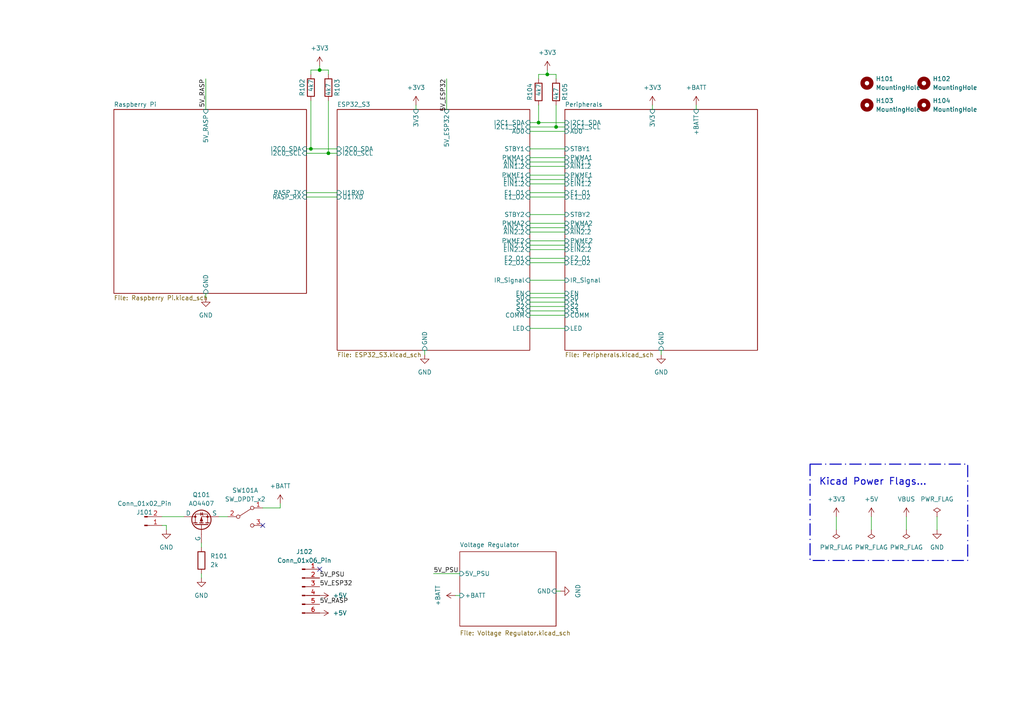
<source format=kicad_sch>
(kicad_sch (version 20230121) (generator eeschema)
  (paper "A4")
  (title_block (title "Seebum") (date "2024-01-16") (rev "V1.0") (comment 1 "Author: Pedro Henrique Germano Silva"))
  (lib_symbols
    (symbol "Connector:Conn_01x02_Pin" (pin_names (offset 1.016) hide)
      (property "Reference" "J" (at 0 2.54 0))
      (property "Value" "Conn_01x02_Pin" (at 0 -5.08 0))
      (symbol "Conn_01x02_Pin_1_1"
        (polyline (pts (xy 1.27 -2.54) (xy 0.8636 -2.54)) (stroke (width 0.1524)))
        (polyline (pts (xy 1.27 0) (xy 0.8636 0)) (stroke (width 0.1524)))
        (rectangle (start 0.8636 -2.413) (end 0 -2.667) (stroke (width 0.1524)) (fill (type outline)))
        (rectangle (start 0.8636 0.127) (end 0 -0.127) (stroke (width 0.1524)) (fill (type outline)))
        (pin passive line (at 5.08 0 180) (length 3.81) (name "Pin_1") (number "1"))
        (pin passive line (at 5.08 -2.54 180) (length 3.81) (name "Pin_2") (number "2"))
      )
    )
    (symbol "Connector:Conn_01x06_Pin" (pin_names (offset 1.016) hide)
      (property "Reference" "J" (at 0 7.62 0))
      (property "Value" "Conn_01x06_Pin" (at 0 -10.16 0))
      (symbol "Conn_01x06_Pin_1_1"
        (polyline (pts (xy 1.27 -7.62) (xy 0.8636 -7.62)) (stroke (width 0.1524)))
        (polyline (pts (xy 1.27 -5.08) (xy 0.8636 -5.08)) (stroke (width 0.1524)))
        (polyline (pts (xy 1.27 -2.54) (xy 0.8636 -2.54)) (stroke (width 0.1524)))
        (polyline (pts (xy 1.27 0) (xy 0.8636 0)) (stroke (width 0.1524)))
        (polyline (pts (xy 1.27 2.54) (xy 0.8636 2.54)) (stroke (width 0.1524)))
        (polyline (pts (xy 1.27 5.08) (xy 0.8636 5.08)) (stroke (width 0.1524)))
        (rectangle (start 0.8636 -7.493) (end 0 -7.747) (stroke (width 0.1524)) (fill (type outline)))
        (rectangle (start 0.8636 -4.953) (end 0 -5.207) (stroke (width 0.1524)) (fill (type outline)))
        (rectangle (start 0.8636 -2.413) (end 0 -2.667) (stroke (width 0.1524)) (fill (type outline)))
        (rectangle (start 0.8636 0.127) (end 0 -0.127) (stroke (width 0.1524)) (fill (type outline)))
        (rectangle (start 0.8636 2.667) (end 0 2.413) (stroke (width 0.1524)) (fill (type outline)))
        (rectangle (start 0.8636 5.207) (end 0 4.953) (stroke (width 0.1524)) (fill (type outline)))
        (pin passive line (at 5.08 5.08 180) (length 3.81) (name "Pin_1") (number "1"))
        (pin passive line (at 5.08 2.54 180) (length 3.81) (name "Pin_2") (number "2"))
        (pin passive line (at 5.08 0 180) (length 3.81) (name "Pin_3") (number "3"))
        (pin passive line (at 5.08 -2.54 180) (length 3.81) (name "Pin_4") (number "4"))
        (pin passive line (at 5.08 -5.08 180) (length 3.81) (name "Pin_5") (number "5"))
        (pin passive line (at 5.08 -7.62 180) (length 3.81) (name "Pin_6") (number "6"))
      )
    )
    (symbol "Device:R" (pin_numbers hide) (pin_names (offset 0))
      (property "Reference" "R" (at 2.032 0 90))
      (property "Value" "R" (at 0 0 90))
      (symbol "R_0_1"
        (rectangle (start -1.016 -2.54) (end 1.016 2.54) (stroke (width 0.254)))
      )
      (symbol "R_1_1"
        (pin passive line (at 0 3.81 270) (length 1.27) (name "~") (number "1"))
        (pin passive line (at 0 -3.81 90) (length 1.27) (name "~") (number "2"))
      )
    )
    (symbol "Mechanical:MountingHole" (pin_names (offset 1.016))
      (property "Reference" "H" (at 0 5.08 0))
      (property "Value" "MountingHole" (at 0 3.175 0))
      (symbol "MountingHole_0_1"
        (circle (center 0 0) (radius 1.27) (stroke (width 1.27)))
      )
    )
    (symbol "Simulation_SPICE:PMOS" (pin_numbers hide) (pin_names (offset 0))
      (property "Reference" "Q" (at 5.08 1.27 0))
      (property "Value" "PMOS" (at 5.08 -1.27 0))
      (symbol "PMOS_0_1"
        (polyline (pts (xy 0.254 0) (xy -2.54 0)))
        (polyline (pts (xy 0.254 1.905) (xy 0.254 -1.905)) (stroke (width 0.254)))
        (polyline (pts (xy 0.762 -1.27) (xy 0.762 -2.286)) (stroke (width 0.254)))
        (polyline (pts (xy 0.762 0.508) (xy 0.762 -0.508)) (stroke (width 0.254)))
        (polyline (pts (xy 0.762 2.286) (xy 0.762 1.27)) (stroke (width 0.254)))
        (polyline (pts (xy 2.54 2.54) (xy 2.54 1.778)))
        (polyline (pts (xy 2.54 -2.54) (xy 2.54 0) (xy 0.762 0)))
        (polyline (pts (xy 0.762 1.778) (xy 3.302 1.778) (xy 3.302 -1.778) (xy 0.762 -1.778)))
        (polyline (pts (xy 2.286 0) (xy 1.27 0.381) (xy 1.27 -0.381) (xy 2.286 0)) (fill (type outline)))
        (polyline (pts (xy 2.794 -0.508) (xy 2.921 -0.381) (xy 3.683 -0.381) (xy 3.81 -0.254)))
        (polyline (pts (xy 3.302 -0.381) (xy 2.921 0.254) (xy 3.683 0.254) (xy 3.302 -0.381)))
        (circle (center 1.651 0) (radius 2.794) (stroke (width 0.254)))
        (circle (center 2.54 -1.778) (radius 0.254) (fill (type outline)))
        (circle (center 2.54 1.778) (radius 0.254) (fill (type outline)))
      )
      (symbol "PMOS_1_1"
        (pin passive line (at 2.54 5.08 270) (length 2.54) (name "D") (number "1"))
        (pin input line (at -5.08 0 0) (length 2.54) (name "G") (number "2"))
        (pin passive line (at 2.54 -5.08 90) (length 2.54) (name "S") (number "3"))
      )
    )
    (symbol "Switch:SW_DPDT_x2" (pin_names (offset 0) hide)
      (property "Reference" "SW" (at 0 4.318 0))
      (property "Value" "SW_DPDT_x2" (at 0 -5.08 0))
      (symbol "SW_DPDT_x2_0_0"
        (circle (center -2.032 0) (radius 0.508))
        (circle (center 2.032 -2.54) (radius 0.508))
      )
      (symbol "SW_DPDT_x2_0_1"
        (polyline (pts (xy -1.524 0.254) (xy 1.651 2.286)))
        (circle (center 2.032 2.54) (radius 0.508))
      )
      (symbol "SW_DPDT_x2_1_1"
        (pin passive line (at 5.08 2.54 180) (length 2.54) (name "A") (number "1"))
        (pin passive line (at -5.08 0 0) (length 2.54) (name "B") (number "2"))
        (pin passive line (at 5.08 -2.54 180) (length 2.54) (name "C") (number "3"))
      )
      (symbol "SW_DPDT_x2_2_1"
        (pin passive line (at 5.08 2.54 180) (length 2.54) (name "A") (number "4"))
        (pin passive line (at -5.08 0 0) (length 2.54) (name "B") (number "5"))
        (pin passive line (at 5.08 -2.54 180) (length 2.54) (name "C") (number "6"))
      )
    )
    (symbol "power:+3V3" (power) (pin_names (offset 0))
      (property "Value" "+3V3" (at 0 3.556 0))
      (symbol "+3V3_0_1"
        (polyline (pts (xy -0.762 1.27) (xy 0 2.54)))
        (polyline (pts (xy 0 0) (xy 0 2.54)))
        (polyline (pts (xy 0 2.54) (xy 0.762 1.27)))
      )
      (symbol "+3V3_1_1"
        (pin power_in line (at 0 0 90) (length 0) hide (name "+3V3") (number "1"))
      )
    )
    (symbol "power:+5V" (power) (pin_names (offset 0))
      (property "Value" "+5V" (at 0 3.556 0))
      (symbol "+5V_0_1"
        (polyline (pts (xy -0.762 1.27) (xy 0 2.54)))
        (polyline (pts (xy 0 0) (xy 0 2.54)))
        (polyline (pts (xy 0 2.54) (xy 0.762 1.27)))
      )
      (symbol "+5V_1_1"
        (pin power_in line (at 0 0 90) (length 0) hide (name "+5V") (number "1"))
      )
    )
    (symbol "power:+BATT" (power) (pin_names (offset 0))
      (property "Value" "+BATT" (at 0 3.556 0))
      (symbol "+BATT_0_1"
        (polyline (pts (xy -0.762 1.27) (xy 0 2.54)))
        (polyline (pts (xy 0 0) (xy 0 2.54)))
        (polyline (pts (xy 0 2.54) (xy 0.762 1.27)))
      )
      (symbol "+BATT_1_1"
        (pin power_in line (at 0 0 90) (length 0) hide (name "+BATT") (number "1"))
      )
    )
    (symbol "power:GND" (power) (pin_names (offset 0))
      (property "Value" "GND" (at 0 -3.81 0))
      (symbol "GND_0_1"
        (polyline (pts (xy 0 0) (xy 0 -1.27) (xy 1.27 -1.27) (xy 0 -2.54) (xy -1.27 -1.27) (xy 0 -1.27)))
      )
      (symbol "GND_1_1"
        (pin power_in line (at 0 0 270) (length 0) hide (name "GND") (number "1"))
      )
    )
    (symbol "power:PWR_FLAG" (power) (pin_numbers hide) (pin_names (offset 0) hide)
      (property "Value" "PWR_FLAG" (at 0 3.81 0))
      (symbol "PWR_FLAG_0_0"
        (pin power_out line (at 0 0 90) (length 0) (name "pwr") (number "1"))
      )
      (symbol "PWR_FLAG_0_1"
        (polyline (pts (xy 0 0) (xy 0 1.27) (xy -1.016 1.905) (xy 0 2.54) (xy 1.016 1.905) (xy 0 1.27)))
      )
    )
    (symbol "power:VBUS" (power) (pin_names (offset 0))
      (property "Value" "VBUS" (at 0 3.81 0))
      (symbol "VBUS_0_1"
        (polyline (pts (xy -0.762 1.27) (xy 0 2.54)))
        (polyline (pts (xy 0 0) (xy 0 2.54)))
        (polyline (pts (xy 0 2.54) (xy 0.762 1.27)))
      )
      (symbol "VBUS_1_1"
        (pin power_in line (at 0 0 90) (length 0) hide (name "VBUS") (number "1"))
      )
    )
  )
  (junction (at 92.71 20.32))
  (junction (at 156.21 35.56))
  (junction (at 158.75 21.59))
  (junction (at 161.29 36.83))
  (junction (at 95.25 44.45))
  (junction (at 90.17 43.18))
  (no_connect (at 92.71 165.1))
  (no_connect (at 76.2 152.4))
  (wire (pts (xy 153.67 66.04) (xy 163.83 66.04)))
  (wire (pts (xy 153.67 86.36) (xy 163.83 86.36)))
  (wire (pts (xy 191.77 101.6) (xy 191.77 102.87)))
  (wire (pts (xy 153.67 81.28) (xy 163.83 81.28)))
  (wire (pts (xy 153.67 91.44) (xy 163.83 91.44)))
  (wire (pts (xy 153.67 74.93) (xy 163.83 74.93)))
  (wire (pts (xy 125.73 166.37) (xy 133.35 166.37)))
  (wire (pts (xy 95.25 29.21) (xy 95.25 44.45)))
  (wire (pts (xy 153.67 72.39) (xy 163.83 72.39)))
  (wire (pts (xy 123.19 101.6) (xy 123.19 102.87)))
  (wire (pts (xy 46.99 149.86) (xy 53.34 149.86)))
  (wire (pts (xy 95.25 21.59) (xy 95.25 20.32)))
  (wire (pts (xy 153.67 53.34) (xy 163.83 53.34)))
  (wire (pts (xy 92.71 19.05) (xy 92.71 20.32)))
  (wire (pts (xy 88.9 57.15) (xy 97.79 57.15)))
  (wire (pts (xy 161.29 36.83) (xy 163.83 36.83)))
  (wire (pts (xy 90.17 43.18) (xy 97.79 43.18)))
  (wire (pts (xy 153.67 35.56) (xy 156.21 35.56)))
  (wire (pts (xy 156.21 30.48) (xy 156.21 35.56)))
  (wire (pts (xy 153.67 50.8) (xy 163.83 50.8)))
  (wire (pts (xy 88.9 43.18) (xy 90.17 43.18)))
  (wire (pts (xy 153.67 55.88) (xy 163.83 55.88)))
  (wire (pts (xy 88.9 44.45) (xy 95.25 44.45)))
  (wire (pts (xy 95.25 44.45) (xy 97.79 44.45)))
  (wire (pts (xy 153.67 43.18) (xy 163.83 43.18)))
  (wire (pts (xy 153.67 57.15) (xy 163.83 57.15)))
  (wire (pts (xy 153.67 71.12) (xy 163.83 71.12)))
  (wire (pts (xy 201.93 30.48) (xy 201.93 31.75)))
  (wire (pts (xy 63.5 149.86) (xy 66.04 149.86)))
  (wire (pts (xy 153.67 38.1) (xy 163.83 38.1)))
  (wire (pts (xy 161.29 21.59) (xy 158.75 21.59)))
  (wire (pts (xy 153.67 36.83) (xy 161.29 36.83)))
  (wire (pts (xy 153.67 90.17) (xy 163.83 90.17)))
  (wire (pts (xy 156.21 35.56) (xy 163.83 35.56)))
  (wire (pts (xy 95.25 20.32) (xy 92.71 20.32)))
  (wire (pts (xy 271.78 149.86) (xy 271.78 153.67)))
  (wire (pts (xy 153.67 69.85) (xy 163.83 69.85)))
  (wire (pts (xy 153.67 95.25) (xy 163.83 95.25)))
  (wire (pts (xy 153.67 76.2) (xy 163.83 76.2)))
  (wire (pts (xy 58.42 166.37) (xy 58.42 167.64)))
  (wire (pts (xy 153.67 85.09) (xy 163.83 85.09)))
  (wire (pts (xy 153.67 87.63) (xy 163.83 87.63)))
  (wire (pts (xy 153.67 88.9) (xy 163.83 88.9)))
  (wire (pts (xy 153.67 67.31) (xy 163.83 67.31)))
  (wire (pts (xy 189.23 30.48) (xy 189.23 31.75)))
  (wire (pts (xy 59.69 85.09) (xy 59.69 86.36)))
  (wire (pts (xy 81.28 147.32) (xy 76.2 147.32)))
  (wire (pts (xy 158.75 20.32) (xy 158.75 21.59)))
  (wire (pts (xy 242.57 149.86) (xy 242.57 153.67)))
  (wire (pts (xy 153.67 62.23) (xy 163.83 62.23)))
  (wire (pts (xy 158.75 21.59) (xy 156.21 21.59)))
  (wire (pts (xy 153.67 48.26) (xy 163.83 48.26)))
  (wire (pts (xy 90.17 29.21) (xy 90.17 43.18)))
  (wire (pts (xy 161.29 30.48) (xy 161.29 36.83)))
  (wire (pts (xy 153.67 52.07) (xy 163.83 52.07)))
  (wire (pts (xy 132.08 172.72) (xy 133.35 172.72)))
  (wire (pts (xy 156.21 21.59) (xy 156.21 22.86)))
  (wire (pts (xy 46.99 152.4) (xy 48.26 152.4)))
  (wire (pts (xy 92.71 20.32) (xy 90.17 20.32)))
  (wire (pts (xy 161.29 22.86) (xy 161.29 21.59)))
  (wire (pts (xy 90.17 20.32) (xy 90.17 21.59)))
  (wire (pts (xy 48.26 152.4) (xy 48.26 153.67)))
  (wire (pts (xy 252.73 149.86) (xy 252.73 153.67)))
  (wire (pts (xy 120.65 30.48) (xy 120.65 31.75)))
  (wire (pts (xy 59.69 22.86) (xy 59.69 31.75)))
  (wire (pts (xy 153.67 45.72) (xy 163.83 45.72)))
  (wire (pts (xy 153.67 64.77) (xy 163.83 64.77)))
  (wire (pts (xy 81.28 146.05) (xy 81.28 147.32)))
  (wire (pts (xy 153.67 46.99) (xy 163.83 46.99)))
  (wire (pts (xy 262.89 149.86) (xy 262.89 153.67)))
  (wire (pts (xy 88.9 55.88) (xy 97.79 55.88)))
  (wire (pts (xy 129.54 22.86) (xy 129.54 31.75)))
  (wire (pts (xy 161.29 171.45) (xy 162.56 171.45)))
  (wire (pts (xy 58.42 157.48) (xy 58.42 158.75)))
  (rectangle (start 234.95 134.62) (end 280.67 162.56) (stroke (width 0.3) (type dash_dot)))
  (text "Kicad Power Flags..." (at 237.49 140.97 0) (effects (font (size 2 2) (thickness 0.254) bold) (justify left bottom)))
  (label "5V_ESP32" (at 92.71 170.18 0))
  (label "5V_RASP" (at 92.71 175.26 0))
  (label "5V_RASP" (at 59.69 22.86 270))
  (label "5V_PSU" (at 92.71 167.64 0))
  (label "5V_ESP32" (at 129.54 22.86 270))
  (label "5V_PSU" (at 125.73 166.37 0))
  (symbol (lib_id "power:PWR_FLAG") (at 262.89 153.67 180) (unit 1)
    (property "Reference" "#FLG0103" (effects hide))
    (property "Value" "PWR_FLAG" (at 262.89 158.75 0))
  )
  (symbol (lib_id "Mechanical:MountingHole") (at 267.97 24.13 0) (unit 1)
    (property "Reference" "H102" (at 270.51 22.8599 0) (effects (justify left)))
    (property "Value" "MountingHole" (at 270.51 25.3999 0) (effects (justify left)))
    (property "Footprint" "MountingHole:MountingHole_2.7mm_M2.5_Pad_Via" (effects hide))
  )
  (symbol (lib_id "power:+BATT") (at 201.93 30.48 0) (unit 1)
    (property "Reference" "#PWR0112" (effects hide))
    (property "Value" "+BATT" (at 201.93 25.4 0))
  )
  (symbol (lib_id "Mechanical:MountingHole") (at 251.46 24.13 0) (unit 1)
    (property "Reference" "H101" (at 254 22.8599 0) (effects (justify left)))
    (property "Value" "MountingHole" (at 254 25.3999 0) (effects (justify left)))
    (property "Footprint" "MountingHole:MountingHole_2.7mm_M2.5_Pad_Via" (effects hide))
  )
  (symbol (lib_id "Device:R") (at 161.29 26.67 180) (unit 1)
    (property "Reference" "R105" (at 163.83 24.13 90) (effects (justify left)))
    (property "Value" "4k7" (at 161.29 25.4 90) (effects (justify left)))
    (property "Footprint" "Resistor_SMD:R_0805_2012Metric" (effects hide))
    (property "LCSC" "C17673" (effects hide))
  )
  (symbol (lib_id "power:+5V") (at 252.73 149.86 0) (unit 1)
    (property "Reference" "#PWR0102" (effects hide))
    (property "Value" "+5V" (at 252.73 144.78 0))
  )
  (symbol (lib_id "power:+5V") (at 92.71 177.8 270) (unit 1)
    (property "Reference" "#PWR0109" (effects hide))
    (property "Value" "+5V" (at 96.52 177.7999 90) (effects (justify left)))
  )
  (symbol (lib_id "power:GND") (at 123.19 102.87 0) (unit 1)
    (property "Reference" "#PWR0114" (effects hide))
    (property "Value" "GND" (at 123.19 107.95 0))
  )
  (symbol (lib_id "power:GND") (at 59.69 86.36 0) (unit 1)
    (property "Reference" "#PWR0115" (effects hide))
    (property "Value" "GND" (at 59.69 91.44 0))
  )
  (symbol (lib_id "Mechanical:MountingHole") (at 251.46 30.48 0) (unit 1)
    (property "Reference" "H103" (at 254 29.2099 0) (effects (justify left)))
    (property "Value" "MountingHole" (at 254 31.7499 0) (effects (justify left)))
    (property "Footprint" "MountingHole:MountingHole_2.7mm_M2.5_Pad_Via" (effects hide))
  )
  (symbol (lib_id "power:+3V3") (at 120.65 30.48 0) (unit 1)
    (property "Reference" "#PWR0117" (effects hide))
    (property "Value" "+3V3" (at 120.65 25.4 0))
  )
  (symbol (lib_id "power:+BATT") (at 132.08 172.72 90) (unit 1)
    (property "Reference" "#PWR0110" (effects hide))
    (property "Value" "+BATT" (at 127 172.72 0))
  )
  (symbol (lib_id "power:VBUS") (at 262.89 149.86 0) (unit 1)
    (property "Reference" "#PWR0103" (effects hide))
    (property "Value" "VBUS" (at 262.89 144.78 0))
  )
  (symbol (lib_id "Mechanical:MountingHole") (at 267.97 30.48 0) (unit 1)
    (property "Reference" "H104" (at 270.51 29.2099 0) (effects (justify left)))
    (property "Value" "MountingHole" (at 270.51 31.7499 0) (effects (justify left)))
    (property "Footprint" "MountingHole:MountingHole_2.7mm_M2.5_Pad_Via" (effects hide))
  )
  (symbol (lib_id "power:PWR_FLAG") (at 242.57 153.67 180) (unit 1)
    (property "Reference" "#FLG0101" (effects hide))
    (property "Value" "PWR_FLAG" (at 242.57 158.75 0))
  )
  (symbol (lib_id "Device:R") (at 58.42 162.56 0) (unit 1)
    (property "Reference" "R101" (at 60.96 161.2899 0) (effects (justify left)))
    (property "Value" "2k" (at 60.96 163.8299 0) (effects (justify left)))
    (property "Footprint" "Resistor_SMD:R_0805_2012Metric" (effects hide))
    (property "LCSC" "C17604" (effects hide))
  )
  (symbol (lib_id "power:GND") (at 48.26 153.67 0) (unit 1)
    (property "Reference" "#PWR0105" (effects hide))
    (property "Value" "GND" (at 48.26 158.75 0))
  )
  (symbol (lib_id "power:+3V3") (at 189.23 30.48 0) (unit 1)
    (property "Reference" "#PWR0116" (effects hide))
    (property "Value" "+3V3" (at 189.23 25.4 0))
  )
  (symbol (lib_id "power:GND") (at 271.78 153.67 0) (unit 1)
    (property "Reference" "#PWR0104" (effects hide))
    (property "Value" "GND" (at 271.78 158.75 0))
  )
  (symbol (lib_id "power:PWR_FLAG") (at 271.78 149.86 0) (unit 1)
    (property "Reference" "#FLG0104" (effects hide))
    (property "Value" "PWR_FLAG" (at 271.78 144.78 0))
  )
  (symbol (lib_id "power:+5V") (at 92.71 172.72 270) (unit 1)
    (property "Reference" "#PWR0108" (effects hide))
    (property "Value" "+5V" (at 96.52 172.7199 90) (effects (justify left)))
  )
  (symbol (lib_id "power:+3V3") (at 92.71 19.05 0) (unit 1)
    (property "Reference" "#PWR0118" (effects hide))
    (property "Value" "+3V3" (at 92.71 13.97 0))
  )
  (symbol (lib_id "power:PWR_FLAG") (at 252.73 153.67 180) (unit 1)
    (property "Reference" "#FLG0102" (effects hide))
    (property "Value" "PWR_FLAG" (at 252.73 158.75 0))
  )
  (symbol (lib_id "Connector:Conn_01x06_Pin") (at 87.63 170.18 0) (unit 1)
    (property "Reference" "J102" (at 88.265 160.02 0))
    (property "Value" "Conn_01x06_Pin" (at 88.265 162.56 0))
    (property "Footprint" "Connector_PinHeader_2.54mm:PinHeader_2x03_P2.54mm_Vertical" (effects hide))
  )
  (symbol (lib_id "power:+3V3") (at 158.75 20.32 0) (unit 1)
    (property "Reference" "#PWR0119" (effects hide))
    (property "Value" "+3V3" (at 158.75 15.24 0))
  )
  (symbol (lib_id "power:+BATT") (at 81.28 146.05 0) (unit 1)
    (property "Reference" "#PWR0107" (effects hide))
    (property "Value" "+BATT" (at 81.28 140.97 0))
  )
  (symbol (lib_id "Simulation_SPICE:PMOS") (at 58.42 152.4 90) (unit 1)
    (property "Reference" "Q101" (at 58.42 143.51 90))
    (property "Value" "AO4407" (at 58.42 146.05 90))
    (property "Footprint" "Package_SO:SO-8_5.3x6.2mm_P1.27mm" (effects hide))
    (property "Datasheet" "https://ngspice.sourceforge.io/docs/ngspice-manual.pdf" (effects hide))
    (property "Sim.Device" "PMOS" (effects hide))
    (property "Sim.Type" "VDMOS" (effects hide))
    (property "Sim.Pins" "1=D 2=G 3=S" (effects hide))
    (property "LCSC" "C469397" (effects hide))
  )
  (symbol (lib_id "Switch:SW_DPDT_x2") (at 71.12 149.86 0) (unit 1)
    (property "Reference" "SW101" (at 71.12 142.24 0))
    (property "Value" "SW_DPDT_x2" (at 71.12 144.78 0))
    (property "Footprint" "Custom:5Amp_Switch" (effects hide))
    (property "LCSC" "C2884744" (effects hide))
  )
  (symbol (lib_id "Device:R") (at 90.17 25.4 0) (unit 1)
    (property "Reference" "R102" (at 87.63 27.94 90) (effects (justify left)))
    (property "Value" "4k7" (at 90.17 26.67 90) (effects (justify left)))
    (property "Footprint" "Resistor_SMD:R_0805_2012Metric" (effects hide))
    (property "LCSC" "C17673" (effects hide))
  )
  (symbol (lib_id "power:+3V3") (at 242.57 149.86 0) (unit 1)
    (property "Reference" "#PWR0101" (effects hide))
    (property "Value" "+3V3" (at 242.57 144.78 0))
  )
  (symbol (lib_id "power:GND") (at 191.77 102.87 0) (unit 1)
    (property "Reference" "#PWR0113" (effects hide))
    (property "Value" "GND" (at 191.77 107.95 0))
  )
  (symbol (lib_id "Device:R") (at 95.25 25.4 180) (unit 1)
    (property "Reference" "R103" (at 97.79 22.86 90) (effects (justify left)))
    (property "Value" "4k7" (at 95.25 24.13 90) (effects (justify left)))
    (property "Footprint" "Resistor_SMD:R_0805_2012Metric" (effects hide))
    (property "LCSC" "C17673" (effects hide))
  )
  (symbol (lib_id "Device:R") (at 156.21 26.67 0) (unit 1)
    (property "Reference" "R104" (at 153.67 29.21 90) (effects (justify left)))
    (property "Value" "4k7" (at 156.21 27.94 90) (effects (justify left)))
    (property "Footprint" "Resistor_SMD:R_0805_2012Metric" (effects hide))
    (property "LCSC" "C17673" (effects hide))
  )
  (symbol (lib_id "power:GND") (at 162.56 171.45 90) (unit 1)
    (property "Reference" "#PWR0111" (effects hide))
    (property "Value" "GND" (at 167.64 171.45 0))
  )
  (symbol (lib_id "power:GND") (at 58.42 167.64 0) (unit 1)
    (property "Reference" "#PWR0106" (effects hide))
    (property "Value" "GND" (at 58.42 172.72 0))
  )
  (symbol (lib_id "Connector:Conn_01x02_Pin") (at 41.91 152.4 0) (mirror x) (unit 1)
    (property "Reference" "J101" (at 41.91 148.59 0))
    (property "Value" "Conn_01x02_Pin" (at 41.91 146.05 0))
    (property "Footprint" "Connector_AMASS:AMASS_XT30PW-M_1x02_P2.50mm_Horizontal" (effects hide))
  )
  (sheet (at 33.02 31.75) (size 55.88 53.34) (stroke (width 0.1524))
    (property "Sheetname" "Raspberry Pi" (at 33.02 31.0384 0) (effects (justify left bottom)))
    (property "Sheetfile" "Raspberry Pi.kicad_sch" (at 33.02 85.6746 0) (effects (justify left top)))
    (pin "I2C0_SCL" input (at 88.9 44.45 0))
    (pin "I2C0_SDA" input (at 88.9 43.18 0))
    (pin "5V_RASP" input (at 59.69 31.75 90))
    (pin "GND" input (at 59.69 85.09 270))
    (pin "RASP_RX" input (at 88.9 57.15 0))
    (pin "RASP_TX" input (at 88.9 55.88 0))
  )
  (sheet (at 133.35 160.02) (size 27.94 21.59) (stroke (width 0.1524))
    (property "Sheetname" "Voltage Regulator" (at 133.35 158.75 0) (effects (justify left bottom)))
    (property "Sheetfile" "Voltage Regulator.kicad_sch" (at 133.35 182.88 0) (effects (justify left top)))
    (pin "+BATT" input (at 133.35 172.72 180))
    (pin "5V_PSU" input (at 133.35 166.37 180))
    (pin "GND" input (at 161.29 171.45 0))
  )
  (sheet (at 97.79 31.75) (size 55.88 69.85) (stroke (width 0.1524))
    (property "Sheetname" "ESP32_S3" (at 97.79 31.0384 0) (effects (justify left bottom)))
    (property "Sheetfile" "ESP32_S3.kicad_sch" (at 97.79 102.1846 0) (effects (justify left top)))
    (pin "GND" input (at 123.19 101.6 270))
    (pin "PWMA2" input (at 153.67 64.77 0))
    (pin "AIN2.1" input (at 153.67 66.04 0))
    (pin "PWME2" input (at 153.67 69.85 0))
    (pin "AIN2.2" input (at 153.67 67.31 0))
    (pin "AD0" input (at 153.67 38.1 0))
    (pin "I2C1_SCL" input (at 153.67 36.83 0))
    (pin "I2C1_SDA" input (at 153.67 35.56 0))
    (pin "IR_Signal" input (at 153.67 81.28 0))
    (pin "E1_O2" input (at 153.67 57.15 0))
    (pin "E1_O1" input (at 153.67 55.88 0))
    (pin "EIN2.2" input (at 153.67 72.39 0))
    (pin "EIN2.1" input (at 153.67 71.12 0))
    (pin "AIN1.1" input (at 153.67 46.99 0))
    (pin "EIN1.2" input (at 153.67 53.34 0))
    (pin "EIN1.1" input (at 153.67 52.07 0))
    (pin "AIN1.2" input (at 153.67 48.26 0))
    (pin "PWMA1" input (at 153.67 45.72 0))
    (pin "STBY2" input (at 153.67 62.23 0))
    (pin "E2_O1" input (at 153.67 74.93 0))
    (pin "E2_O2" input (at 153.67 76.2 0))
    (pin "PWME1" input (at 153.67 50.8 0))
    (pin "STBY1" input (at 153.67 43.18 0))
    (pin "EN" input (at 153.67 85.09 0))
    (pin "S0" input (at 153.67 86.36 0))
    (pin "COMM" input (at 153.67 91.44 0))
    (pin "S1" input (at 153.67 87.63 0))
    (pin "S2" input (at 153.67 88.9 0))
    (pin "5V_ESP32" input (at 129.54 31.75 90))
    (pin "S3" input (at 153.67 90.17 0))
    (pin "I2C0_SCL" input (at 97.79 44.45 180))
    (pin "I2C0_SDA" input (at 97.79 43.18 180))
    (pin "3V3" input (at 120.65 31.75 90))
    (pin "U1TXD" input (at 97.79 57.15 180))
    (pin "U1RXD" input (at 97.79 55.88 180))
    (pin "LED" input (at 153.67 95.25 0))
  )
  (sheet (at 163.83 31.75) (size 55.88 69.85) (stroke (width 0.1524))
    (property "Sheetname" "Peripherals" (at 163.83 31.0384 0) (effects (justify left bottom)))
    (property "Sheetfile" "Peripherals.kicad_sch" (at 163.83 102.1846 0) (effects (justify left top)))
    (pin "AIN1.2" input (at 163.83 48.26 180))
    (pin "EIN1.1" input (at 163.83 52.07 180))
    (pin "AIN1.1" input (at 163.83 46.99 180))
    (pin "EIN1.2" input (at 163.83 53.34 180))
    (pin "PWMA2" input (at 163.83 64.77 180))
    (pin "STBY1" input (at 163.83 43.18 180))
    (pin "E2_O1" input (at 163.83 74.93 180))
    (pin "E2_O2" input (at 163.83 76.2 180))
    (pin "E1_O2" input (at 163.83 57.15 180))
    (pin "IR_Signal" input (at 163.83 81.28 180))
    (pin "E1_O1" input (at 163.83 55.88 180))
    (pin "PWMA1" input (at 163.83 45.72 180))
    (pin "STBY2" input (at 163.83 62.23 180))
    (pin "AD0" input (at 163.83 38.1 180))
    (pin "PWME2" input (at 163.83 69.85 180))
    (pin "PWME1" input (at 163.83 50.8 180))
    (pin "EIN2.2" input (at 163.83 72.39 180))
    (pin "AIN2.1" input (at 163.83 66.04 180))
    (pin "EIN2.1" input (at 163.83 71.12 180))
    (pin "AIN2.2" input (at 163.83 67.31 180))
    (pin "GND" input (at 191.77 101.6 270))
    (pin "+BATT" input (at 201.93 31.75 90))
    (pin "3V3" input (at 189.23 31.75 90))
    (pin "I2C1_SDA" input (at 163.83 35.56 180))
    (pin "I2C1_SCL" input (at 163.83 36.83 180))
    (pin "S1" input (at 163.83 87.63 180))
    (pin "S0" input (at 163.83 86.36 180))
    (pin "EN" input (at 163.83 85.09 180))
    (pin "COMM" input (at 163.83 91.44 180))
    (pin "S2" input (at 163.83 88.9 180))
    (pin "S3" input (at 163.83 90.17 180))
    (pin "LED" input (at 163.83 95.25 180))
  )
)
</source>
